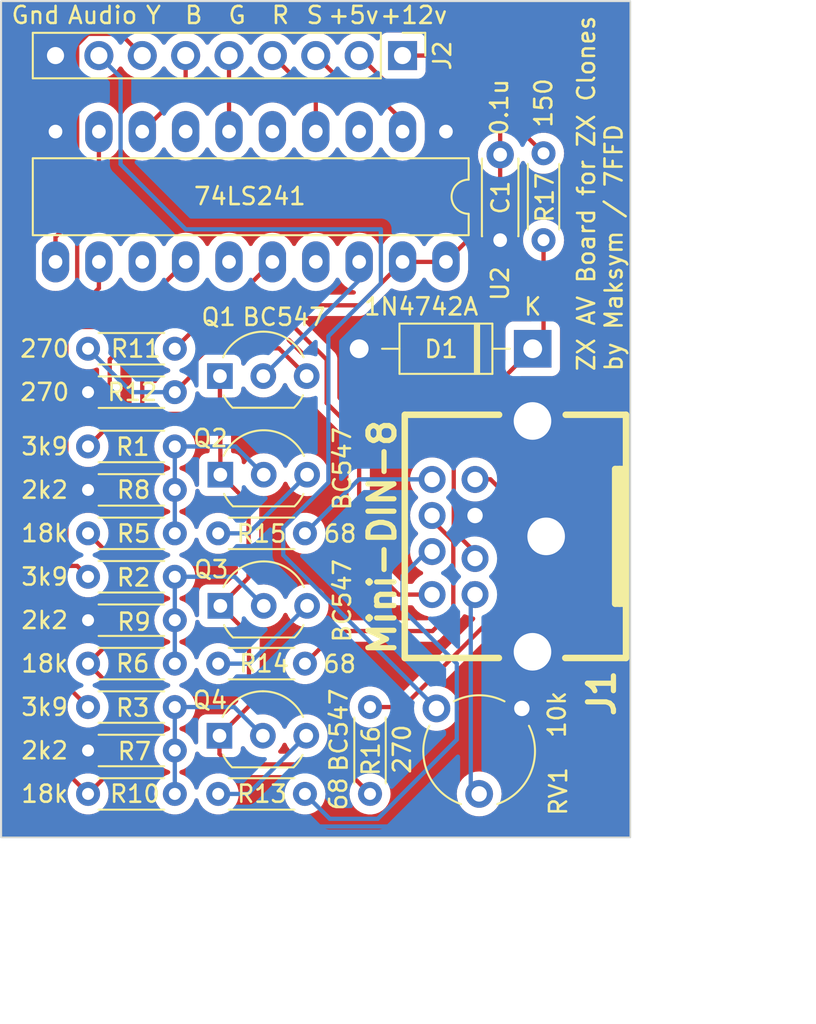
<source format=kicad_pcb>
(kicad_pcb (version 20221018) (generator pcbnew)
  (layers (0 "F.Cu" signal) (31 "B.Cu" signal) (34 "B.Paste" user) (35 "F.Paste" user) (36 "B.SilkS" user "B.Silkscreen") (37 "F.SilkS" user "F.Silkscreen") (38 "B.Mask" user) (39 "F.Mask" user) (44 "Edge.Cuts" user))
  (net 0 "")
  (net 1 "/+5V")
  (net 2 "GND")
  (net 3 "Net-(D1-K)")
  (net 4 "Net-(J1-Pad6)")
  (net 5 "Net-(J1-Pad7)")
  (net 6 "Net-(J1-Pad8)")
  (net 7 "Net-(J1-Pad3)")
  (net 8 "Net-(J1-Pad4)")
  (net 9 "Net-(J1-Pad5)")
  (net 10 "Net-(Q1-B)")
  (net 11 "Net-(Q1-E)")
  (net 12 "Net-(Q2-B)")
  (net 13 "Net-(Q2-E)")
  (net 14 "Net-(Q3-B)")
  (net 15 "Net-(Q3-E)")
  (net 16 "Net-(Q4-B)")
  (net 17 "Net-(Q4-E)")
  (net 18 "Net-(U2-O1a)")
  (net 19 "Net-(U2-O2a)")
  (net 20 "Net-(U2-O3a)")
  (net 21 "Net-(U2-O0b)")
  (net 22 "/+12V")
  (net 23 "/AUDIO")
  (net 24 "/SYNC")
  (net 26 "/R")
  (net 28 "/G")
  (net 30 "/B")
  (net 31 "/Y")
  (footprint "Potentiometer_THT:Potentiometer_Piher_PT-6-V_Vertical" (layer "F.Cu") (at 72.47 94.06 -90)
    (fp_text reference "RV1" (at 4.8476 -7.1336 90) (layer "F.SilkS"))
    (fp_text value "10k" (at 0.3518 -7.0574 90) (layer "F.SilkS"))
    (fp_arc (start -0.413387 -1.014798) (mid -0.770114 -2.499325) (end -0.414 -3.984) (stroke (width 0.12)) (layer "F.SilkS"))
    (fp_arc (start 1.016032 -5.413829) (mid 3.725524 -5.531609) (end 5.592 -3.564) (stroke (width 0.12)) (layer "F.SilkS"))
    (fp_arc (start 2.556863 0.770075) (mid 1.764071 0.686696) (end 1.015 0.414) (stroke (width 0.12)) (layer "F.SilkS"))
    (fp_arc (start 5.591846 -1.435392) (mid 4.398899 0.162158) (end 2.5 0.77) (stroke (width 0.12)) (layer "F.SilkS"))
    (pad "1" thru_hole circle (at 0 0 270) (size 1.62 1.62) (drill 0.9) (layers "*.Cu" "*.Mask") (net 23 "/AUDIO"))
    (pad "2" thru_hole circle (at 5 -2.5 270) (size 1.62 1.62) (drill 0.9) (layers "*.Cu" "*.Mask") (net 9 "Net-(J1-Pad5)"))
    (pad "3" thru_hole circle (at 0 -5 270) (size 1.62 1.62) (drill 0.9) (layers "*.Cu" "*.Mask") (net 2 "GND"))
  )
  (footprint "Resistor_THT:R_Axial_DIN0204_L3.6mm_D1.6mm_P5.08mm_Horizontal" (layer "F.Cu") (at 52.07 99.06)
    (fp_text reference "R7" (at 2.7178 -2.4892) (layer "F.SilkS"))
    (fp_text value "18k" (at -2.54 0) (layer "F.SilkS"))
    (fp_line (start 0.62 -0.92) (end 4.46 -0.92) (stroke (width 0.12)) (layer "F.SilkS"))
    (fp_line (start 0.62 0.92) (end 4.46 0.92) (stroke (width 0.12)) (layer "F.SilkS"))
    (pad "1" thru_hole circle (at 0 0) (size 1.4 1.4) (drill 0.7) (layers "*.Cu" "*.Mask") (net 21 "Net-(U2-O0b)"))
    (pad "2" thru_hole oval (at 5.08 0) (size 1.4 1.4) (drill 0.7) (layers "*.Cu" "*.Mask") (net 16 "Net-(Q4-B)"))
  )
  (footprint "Resistor_THT:R_Axial_DIN0204_L3.6mm_D1.6mm_P5.08mm_Horizontal" (layer "F.Cu") (at 78.74 61.595 -90)
    (fp_text reference "R17" (at 2.5908 -0.0762 90) (layer "F.SilkS"))
    (fp_text value "150" (at -2.9464 0 90) (layer "F.SilkS"))
    (fp_line (start 0.62 -0.92) (end 4.46 -0.92) (stroke (width 0.12)) (layer "F.SilkS"))
    (fp_line (start 0.62 0.92) (end 4.46 0.92) (stroke (width 0.12)) (layer "F.SilkS"))
    (pad "1" thru_hole circle (at 0 0 270) (size 1.4 1.4) (drill 0.7) (layers "*.Cu" "*.Mask") (net 22 "/+12V"))
    (pad "2" thru_hole oval (at 5.08 0 270) (size 1.4 1.4) (drill 0.7) (layers "*.Cu" "*.Mask") (net 3 "Net-(D1-K)"))
  )
  (footprint "Resistor_THT:R_Axial_DIN0204_L3.6mm_D1.6mm_P5.08mm_Horizontal" (layer "F.Cu") (at 52.07 86.36)
    (fp_text reference "R2" (at 2.667 0.0508) (layer "F.SilkS"))
    (fp_text value "3k9" (at -2.54 0) (layer "F.SilkS"))
    (fp_line (start 0.62 -0.92) (end 4.46 -0.92) (stroke (width 0.12)) (layer "F.SilkS"))
    (fp_line (start 0.62 0.92) (end 4.46 0.92) (stroke (width 0.12)) (layer "F.SilkS"))
    (pad "1" thru_hole circle (at 0 0) (size 1.4 1.4) (drill 0.7) (layers "*.Cu" "*.Mask") (net 19 "Net-(U2-O2a)"))
    (pad "2" thru_hole oval (at 5.08 0) (size 1.4 1.4) (drill 0.7) (layers "*.Cu" "*.Mask") (net 14 "Net-(Q3-B)"))
  )
  (footprint "Resistor_THT:R_Axial_DIN0204_L3.6mm_D1.6mm_P5.08mm_Horizontal" (layer "F.Cu") (at 57.15 91.44 180)
    (fp_text reference "R6" (at 2.4638 0) (layer "F.SilkS"))
    (fp_text value "18k" (at 7.62 0) (layer "F.SilkS"))
    (fp_line (start 0.62 -0.92) (end 4.46 -0.92) (stroke (width 0.12)) (layer "F.SilkS"))
    (fp_line (start 0.62 0.92) (end 4.46 0.92) (stroke (width 0.12)) (layer "F.SilkS"))
    (pad "1" thru_hole circle (at 0 0 180) (size 1.4 1.4) (drill 0.7) (layers "*.Cu" "*.Mask") (net 14 "Net-(Q3-B)"))
    (pad "2" thru_hole oval (at 5.08 0 180) (size 1.4 1.4) (drill 0.7) (layers "*.Cu" "*.Mask") (net 21 "Net-(U2-O0b)"))
  )
  (footprint "Resistor_THT:R_Axial_DIN0204_L3.6mm_D1.6mm_P5.08mm_Horizontal" (layer "F.Cu") (at 52.07 73.025)
    (fp_text reference "R11" (at 2.794 0) (layer "F.SilkS"))
    (fp_text value "270" (at -2.54 0) (layer "F.SilkS"))
    (fp_line (start 0.62 -0.92) (end 4.46 -0.92) (stroke (width 0.12)) (layer "F.SilkS"))
    (fp_line (start 0.62 0.92) (end 4.46 0.92) (stroke (width 0.12)) (layer "F.SilkS"))
    (pad "1" thru_hole circle (at 0 0) (size 1.4 1.4) (drill 0.7) (layers "*.Cu" "*.Mask") (net 11 "Net-(Q1-E)"))
    (pad "2" thru_hole oval (at 5.08 0) (size 1.4 1.4) (drill 0.7) (layers "*.Cu" "*.Mask") (net 6 "Net-(J1-Pad8)"))
  )
  (footprint "Resistor_THT:R_Axial_DIN0204_L3.6mm_D1.6mm_P5.08mm_Horizontal" (layer "F.Cu") (at 57.15 88.9 180)
    (fp_text reference "R9" (at 2.3876 -0.1016) (layer "F.SilkS"))
    (fp_text value "2k2" (at 7.62 0) (layer "F.SilkS"))
    (fp_line (start 0.62 -0.92) (end 4.46 -0.92) (stroke (width 0.12)) (layer "F.SilkS"))
    (fp_line (start 0.62 0.92) (end 4.46 0.92) (stroke (width 0.12)) (layer "F.SilkS"))
    (pad "1" thru_hole circle (at 0 0 180) (size 1.4 1.4) (drill 0.7) (layers "*.Cu" "*.Mask") (net 14 "Net-(Q3-B)"))
    (pad "2" thru_hole oval (at 5.08 0 180) (size 1.4 1.4) (drill 0.7) (layers "*.Cu" "*.Mask") (net 2 "GND"))
  )
  (footprint "Resistor_THT:R_Axial_DIN0204_L3.6mm_D1.6mm_P5.08mm_Horizontal" (layer "F.Cu") (at 68.58 99.06 90)
    (fp_text reference "R16" (at 2.5146 0.0508 90) (layer "F.SilkS"))
    (fp_text value "270" (at 2.6162 1.8796 90) (layer "F.SilkS"))
    (fp_line (start 0.62 -0.92) (end 4.46 -0.92) (stroke (width 0.12)) (layer "F.SilkS"))
    (fp_line (start 0.62 0.92) (end 4.46 0.92) (stroke (width 0.12)) (layer "F.SilkS"))
    (pad "1" thru_hole circle (at 0 0 90) (size 1.4 1.4) (drill 0.7) (layers "*.Cu" "*.Mask") (net 1 "/+5V"))
    (pad "2" thru_hole oval (at 5.08 0 90) (size 1.4 1.4) (drill 0.7) (layers "*.Cu" "*.Mask") (net 7 "Net-(J1-Pad3)"))
  )
  (footprint "Package_TO_SOT_THT:TO-92_Inline_Wide" (layer "F.Cu") (at 59.817 80.391)
    (fp_text reference "Q2" (at -0.5842 -2.1336) (layer "F.SilkS"))
    (fp_text value "BC547" (at 7.1374 -0.3556 90) (layer "F.SilkS"))
    (fp_line (start 0.74 1.85) (end 4.34 1.85) (stroke (width 0.12)) (layer "F.SilkS"))
    (fp_arc (start 0.1836 -1.098807) (mid 1.143021 -2.192817) (end 2.54 -2.6) (stroke (width 0.12)) (layer "F.SilkS"))
    (fp_arc (start 0.74 1.85) (mid 0.446097 1.509328) (end 0.215816 1.122795) (stroke (width 0.12)) (layer "F.SilkS"))
    (fp_arc (start 2.54 -2.6) (mid 3.936979 -2.192818) (end 4.8964 -1.098807) (stroke (width 0.12)) (layer "F.SilkS"))
    (fp_arc (start 4.864184 1.122795) (mid 4.633903 1.509328) (end 4.34 1.85) (stroke (width 0.12)) (layer "F.SilkS"))
    (pad "1" thru_hole rect (at 0 0) (size 1.5 1.5) (drill 0.8) (layers "*.Cu" "*.Mask") (net 1 "/+5V"))
    (pad "2" thru_hole circle (at 2.54 0) (size 1.5 1.5) (drill 0.8) (layers "*.Cu" "*.Mask") (net 12 "Net-(Q2-B)"))
    (pad "3" thru_hole circle (at 5.08 0) (size 1.5 1.5) (drill 0.8) (layers "*.Cu" "*.Mask") (net 13 "Net-(Q2-E)"))
  )
  (footprint "Connector_PinHeader_2.54mm:PinHeader_1x09_P2.54mm_Vertical" (layer "F.Cu") (at 70.485 55.88 -90)
    (fp_text reference "J2" (at 0 -2.33 90) (layer "F.SilkS"))
    (fp_text value "Conn_01x09_Pin" hide)
    (fp_line (start -1.33 -1.33) (end 0 -1.33) (stroke (width 0.12)) (layer "F.SilkS"))
    (fp_line (start -1.33 0) (end -1.33 -1.33) (stroke (width 0.12)) (layer "F.SilkS"))
    (fp_line (start -1.33 1.27) (end -1.33 21.65) (stroke (width 0.12)) (layer "F.SilkS"))
    (fp_line (start -1.33 1.27) (end 1.33 1.27) (stroke (width 0.12)) (layer "F.SilkS"))
    (fp_line (start -1.33 21.65) (end 1.33 21.65) (stroke (width 0.12)) (layer "F.SilkS"))
    (fp_line (start 1.33 1.27) (end 1.33 21.65) (stroke (width 0.12)) (layer "F.SilkS"))
    (pad "1" thru_hole rect (at 0 0 270) (size 1.7 1.7) (drill 1) (layers "*.Cu" "*.Mask") (net 22 "/+12V"))
    (pad "2" thru_hole oval (at 0 2.54 270) (size 1.7 1.7) (drill 1) (layers "*.Cu" "*.Mask") (net 1 "/+5V"))
    (pad "3" thru_hole oval (at 0 5.08 270) (size 1.7 1.7) (drill 1) (layers "*.Cu" "*.Mask") (net 24 "/SYNC"))
    (pad "4" thru_hole oval (at 0 7.62 270) (size 1.7 1.7) (drill 1) (layers "*.Cu" "*.Mask") (net 26 "/R"))
    (pad "5" thru_hole oval (at 0 10.16 270) (size 1.7 1.7) (drill 1) (layers "*.Cu" "*.Mask") (net 28 "/G"))
    (pad "6" thru_hole oval (at 0 12.7 270) (size 1.7 1.7) (drill 1) (layers "*.Cu" "*.Mask") (net 30 "/B"))
    (pad "7" thru_hole oval (at 0 15.24 270) (size 1.7 1.7) (drill 1) (layers "*.Cu" "*.Mask") (net 31 "/Y"))
    (pad "8" thru_hole oval (at 0 17.78 270) (size 1.7 1.7) (drill 1) (layers "*.Cu" "*.Mask") (net 23 "/AUDIO"))
    (pad "9" thru_hole oval (at 0 20.32 270) (size 1.7 1.7) (drill 1) (layers "*.Cu" "*.Mask") (net 2 "GND"))
  )
  (footprint "Resistor_THT:R_Axial_DIN0204_L3.6mm_D1.6mm_P5.08mm_Horizontal" (layer "F.Cu") (at 52.07 83.82)
    (fp_text reference "R5" (at 2.667 0.0254) (layer "F.SilkS"))
    (fp_text value "18k" (at -2.54 0) (layer "F.SilkS"))
    (fp_line (start 0.62 -0.92) (end 4.46 -0.92) (stroke (width 0.12)) (layer "F.SilkS"))
    (fp_line (start 0.62 0.92) (end 4.46 0.92) (stroke (width 0.12)) (layer "F.SilkS"))
    (pad "1" thru_hole circle (at 0 0) (size 1.4 1.4) (drill 0.7) (layers "*.Cu" "*.Mask") (net 21 "Net-(U2-O0b)"))
    (pad "2" thru_hole oval (at 5.08 0) (size 1.4 1.4) (drill 0.7) (layers "*.Cu" "*.Mask") (net 12 "Net-(Q2-B)"))
  )
  (footprint "Diode_THT:D_DO-41_SOD81_P10.16mm_Horizontal" (layer "F.Cu") (at 78.105 73.025 180)
    (fp_text reference "D1" (at 5.3594 -0.0254) (layer "F.SilkS"))
    (fp_text value "1N4742A" (at 6.5278 2.4638) (layer "F.SilkS"))
    (fp_text user "K" (at 0 2.4638) (layer "F.SilkS"))
    (fp_line (start 1.34 0) (end 2.36 0) (stroke (width 0.12)) (layer "F.SilkS"))
    (fp_line (start 2.36 -1.47) (end 2.36 1.47) (stroke (width 0.12)) (layer "F.SilkS"))
    (fp_line (start 2.36 1.47) (end 7.8 1.47) (stroke (width 0.12)) (layer "F.SilkS"))
    (fp_line (start 3.14 -1.47) (end 3.14 1.47) (stroke (width 0.12)) (layer "F.SilkS"))
    (fp_line (start 3.26 -1.47) (end 3.26 1.47) (stroke (width 0.12)) (layer "F.SilkS"))
    (fp_line (start 3.38 -1.47) (end 3.38 1.47) (stroke (width 0.12)) (layer "F.SilkS"))
    (fp_line (start 7.8 -1.47) (end 2.36 -1.47) (stroke (width 0.12)) (layer "F.SilkS"))
    (fp_line (start 7.8 1.47) (end 7.8 -1.47) (stroke (width 0.12)) (layer "F.SilkS"))
    (fp_line (start 8.82 0) (end 7.8 0) (stroke (width 0.12)) (layer "F.SilkS"))
    (pad "1" thru_hole rect (at 0 0 180) (size 2.2 2.2) (drill 1.1) (layers "*.Cu" "*.Mask") (net 3 "Net-(D1-K)"))
    (pad "2" thru_hole oval (at 10.16 0 180) (size 2.2 2.2) (drill 1.1) (layers "*.Cu" "*.Mask") (net 2 "GND"))
  )
  (footprint "Resistor_THT:R_Axial_DIN0204_L3.6mm_D1.6mm_P5.08mm_Horizontal" (layer "F.Cu") (at 59.69 91.44)
    (fp_text reference "R14" (at 2.6924 0 180) (layer "F.SilkS"))
    (fp_text value "68" (at 7.112 0.0254) (layer "F.SilkS"))
    (fp_line (start 0.62 -0.92) (end 4.46 -0.92) (stroke (width 0.12)) (layer "F.SilkS"))
    (fp_line (start 0.62 0.92) (end 4.46 0.92) (stroke (width 0.12)) (layer "F.SilkS"))
    (pad "1" thru_hole circle (at 0 0) (size 1.4 1.4) (drill 0.7) (layers "*.Cu" "*.Mask") (net 15 "Net-(Q3-E)"))
    (pad "2" thru_hole oval (at 5.08 0) (size 1.4 1.4) (drill 0.7) (layers "*.Cu" "*.Mask") (net 8 "Net-(J1-Pad4)"))
  )
  (footprint "Package_TO_SOT_THT:TO-92_Inline_Wide" (layer "F.Cu") (at 59.7916 74.6252)
    (fp_text reference "Q1" (at -0.0762 -3.4544) (layer "F.SilkS"))
    (fp_text value "BC547" (at 3.7592 -3.4544) (layer "F.SilkS"))
    (fp_line (start 0.74 1.85) (end 4.34 1.85) (stroke (width 0.12)) (layer "F.SilkS"))
    (fp_arc (start 0.1836 -1.098807) (mid 1.143021 -2.192817) (end 2.54 -2.6) (stroke (width 0.12)) (layer "F.SilkS"))
    (fp_arc (start 0.74 1.85) (mid 0.446097 1.509328) (end 0.215816 1.122795) (stroke (width 0.12)) (layer "F.SilkS"))
    (fp_arc (start 2.54 -2.6) (mid 3.936979 -2.192818) (end 4.8964 -1.098807) (stroke (width 0.12)) (layer "F.SilkS"))
    (fp_arc (start 4.864184 1.122795) (mid 4.633903 1.509328) (end 4.34 1.85) (stroke (width 0.12)) (layer "F.SilkS"))
    (pad "1" thru_hole rect (at 0 0) (size 1.5 1.5) (drill 0.8) (layers "*.Cu" "*.Mask") (net 1 "/+5V"))
    (pad "2" thru_hole circle (at 2.54 0) (size 1.5 1.5) (drill 0.8) (layers "*.Cu" "*.Mask") (net 10 "Net-(Q1-B)"))
    (pad "3" thru_hole circle (at 5.08 0) (size 1.5 1.5) (drill 0.8) (layers "*.Cu" "*.Mask") (net 11 "Net-(Q1-E)"))
  )
  (footprint "w_conn_av:minidin-8_1" (layer "F.Cu") (at 77.19314 83.9978 -90)
    (fp_text reference "J1" (at 9.1694 -4.95046 90) (layer "F.SilkS") (effects (font (size 1.524 1.524) (thickness 0.3048))))
    (fp_text value "Mini-DIN-8" (at 0.0508 7.90194 90) (layer "F.SilkS") (effects (font (size 1.524 1.524) (thickness 0.3048))))
    (fp_line (start -7.112 -6.3754) (end -7.112 -2.8448) (stroke (width 0.381)) (layer "F.SilkS"))
    (fp_line (start -7.112 6.5659) (end -7.112 1.0541) (stroke (width 0.381)) (layer "F.SilkS"))
    (fp_line (start -7.112 6.5786) (end 7.112 6.5786) (stroke (width 0.381)) (layer "F.SilkS"))
    (fp_line (start -3.937 -6.2484) (end 3.937 -6.2484) (stroke (width 0.381)) (layer "F.SilkS"))
    (fp_line (start -3.937 -5.7404) (end -3.937 -6.2484) (stroke (width 0.381)) (layer "F.SilkS"))
    (fp_line (start 3.937 -5.9944) (end -3.937 -5.9944) (stroke (width 0.381)) (layer "F.SilkS"))
    (fp_line (start 3.937 -5.7404) (end -3.937 -5.7404) (stroke (width 0.381)) (layer "F.SilkS"))
    (fp_line (start 3.937 -5.7404) (end 3.937 -6.2484) (stroke (width 0.381)) (layer "F.SilkS"))
    (fp_line (start 7.112 -6.3754) (end -7.112 -6.3754) (stroke (width 0.381)) (layer "F.SilkS"))
    (fp_line (start 7.112 -2.8194) (end 7.112 -6.3754) (stroke (width 0.381)) (layer "F.SilkS"))
    (fp_line (start 7.112 6.5786) (end 7.112 1.0668) (stroke (width 0.381)) (layer "F.SilkS"))
    (pad "1" thru_hole circle (at -6.74878 -0.89916 90) (size 3.50012 3.50012) (drill 2.19964) (layers "*.Cu") (net 2 "GND"))
    (pad "1" thru_hole rect (at -1.2192 2.4639 90) (size 1.575 1.575) (drill 0.89916) (layers "*.Cu" "*.Mask") (net 2 "GND"))
    (pad "1" thru_hole circle (at 0 -1.69926 90) (size 3.50012 3.50012) (drill 2.19964) (layers "*.Cu" "*.Mask") (net 2 "GND"))
    (pad "1" thru_hole circle (at 6.74878 -0.89916 90) (size 3.50012 3.50012) (drill 2.19964) (layers "*.Cu" "*.Mask") (net 2 "GND"))
    (pad "2" thru_hole circle (at 1.2954 2.4638 90) (size 1.575 1.575) (drill 0.89916) (layers "*.Cu" "*.Mask") (net 3 "Net-(D1-K)"))
    (pad "3" thru_hole circle (at -3.3274 2.4639 90) (size 1.575 1.575) (drill 0.89916) (layers "*.Cu" "*.Mask") (net 7 "Net-(J1-Pad3)"))
    (pad "4" thru_hole circle (at -1.2192 4.9785 90) (size 1.575 1.575) (drill 0.89916) (layers "*.Cu" "*.Mask") (net 8 "Net-(J1-Pad4)"))
    (pad "5" thru_hole circle (at 3.4036 2.4639 90) (size 1.575 1.575) (drill 0.89916) (layers "*.Cu" "*.Mask") (net 9 "Net-(J1-Pad5)"))
    (pad "6" thru_hole circle (at -3.3274 4.9785 90) (size 1.575 1.575) (drill 0.89916) (layers "*.Cu" "*.Mask") (net 4 "Net-(J1-Pad6)"))
    (pad "7" thru_hole circle (at 0.889 4.9784 90) (size 1.575 1.575) (drill 0.89916) (layers "*.Cu" "*.Mask") (net 5 "Net-(J1-Pad7)"))
    (pad "8" thru_hole circle (at 3.4036 4.9784 90) (size 1.575 1.575) (drill 0.89916) (layers "*.Cu" "*.Mask") (net 6 "Net-(J1-Pad8)"))
  )
  (footprint "Resistor_THT:R_Axial_DIN0204_L3.6mm_D1.6mm_P5.08mm_Horizontal" (layer "F.Cu") (at 59.69 99.06)
    (fp_text reference "R13" (at 2.5654 0) (layer "F.SilkS"))
    (fp_text value "68" (at 7.0358 0 90) (layer "F.SilkS"))
    (fp_line (start 0.62 -0.92) (end 4.46 -0.92) (stroke (width 0.12)) (layer "F.SilkS"))
    (fp_line (start 0.62 0.92) (end 4.46 0.92) (stroke (width 0.12)) (layer "F.SilkS"))
    (pad "1" thru_hole circle (at 0 0) (size 1.4 1.4) (drill 0.7) (layers "*.Cu" "*.Mask") (net 17 "Net-(Q4-E)"))
    (pad "2" thru_hole oval (at 5.08 0) (size 1.4 1.4) (drill 0.7) (layers "*.Cu" "*.Mask") (net 5 "Net-(J1-Pad7)"))
  )
  (footprint "Package_DIP:DIP-20_W7.62mm_LongPads" (layer "F.Cu") (at 73.025 60.325 -90)
    (fp_text reference "U2" (at 8.89 -3.175 90) (layer "F.SilkS"))
    (fp_text value "74LS241" (at 3.7846 11.4808) (layer "F.SilkS"))
    (fp_line (start 1.56 -1.33) (end 1.56 24.19) (stroke (width 0.12)) (layer "F.SilkS"))
    (fp_line (start 1.56 24.19) (end 6.06 24.19) (stroke (width 0.12)) (layer "F.SilkS"))
    (fp_line (start 2.81 -1.33) (end 1.56 -1.33) (stroke (width 0.12)) (layer "F.SilkS"))
    (fp_line (start 6.06 -1.33) (end 4.81 -1.33) (stroke (width 0.12)) (layer "F.SilkS"))
    (fp_line (start 6.06 24.19) (end 6.06 -1.33) (stroke (width 0.12)) (layer "F.SilkS"))
    (fp_arc (start 4.81 -1.33) (mid 3.81 -0.33) (end 2.81 -1.33) (stroke (width 0.12)) (layer "F.SilkS"))
    (pad "1" thru_hole rect (at 0 0 270) (size 2.4 1.6) (drill 0.8) (layers "*.Cu" "*.Mask") (net 2 "GND"))
    (pad "2" thru_hole oval (at 0 2.54 270) (size 2.4 1.6) (drill 0.8) (layers "*.Cu" "*.Mask") (net 24 "/SYNC"))
    (pad "3" thru_hole oval (at 0 5.08 270) (size 2.4 1.6) (drill 0.8) (layers "*.Cu" "*.Mask"))
    (pad "4" thru_hole oval (at 0 7.62 270) (size 2.4 1.6) (drill 0.8) (layers "*.Cu" "*.Mask") (net 26 "/R"))
    (pad "5" thru_hole oval (at 0 10.16 270) (size 2.4 1.6) (drill 0.8) (layers "*.Cu" "*.Mask"))
    (pad "6" thru_hole oval (at 0 12.7 270) (size 2.4 1.6) (drill 0.8) (layers "*.Cu" "*.Mask") (net 28 "/G"))
    (pad "7" thru_hole oval (at 0 15.24 270) (size 2.4 1.6) (drill 0.8) (layers "*.Cu" "*.Mask"))
    (pad "8" thru_hole oval (at 0 17.78 270) (size 2.4 1.6) (drill 0.8) (layers "*.Cu" "*.Mask") (net 30 "/B"))
    (pad "9" thru_hole oval (at 0 20.32 270) (size 2.4 1.6) (drill 0.8) (layers "*.Cu" "*.Mask") (net 21 "Net-(U2-O0b)"))
    (pad "10" thru_hole oval (at 0 22.86 270) (size 2.4 1.6) (drill 0.8) (layers "*.Cu" "*.Mask") (net 2 "GND"))
    (pad "11" thru_hole oval (at 7.62 22.86 270) (size 2.4 1.6) (drill 0.8) (layers "*.Cu" "*.Mask") (net 31 "/Y"))
    (pad "12" thru_hole oval (at 7.62 20.32 270) (size 2.4 1.6) (drill 0.8) (layers "*.Cu" "*.Mask") (net 20 "Net-(U2-O3a)"))
    (pad "13" thru_hole oval (at 7.62 17.78 270) (size 2.4 1.6) (drill 0.8) (layers "*.Cu" "*.Mask"))
    (pad "14" thru_hole oval (at 7.62 15.24 270) (size 2.4 1.6) (drill 0.8) (layers "*.Cu" "*.Mask") (net 19 "Net-(U2-O2a)"))
    (pad "15" thru_hole oval (at 7.62 12.7 270) (size 2.4 1.6) (drill 0.8) (layers "*.Cu" "*.Mask"))
    (pad "16" thru_hole oval (at 7.62 10.16 270) (size 2.4 1.6) (drill 0.8) (layers "*.Cu" "*.Mask") (net 18 "Net-(U2-O1a)"))
    (pad "17" thru_hole oval (at 7.62 7.62 270) (size 2.4 1.6) (drill 0.8) (layers "*.Cu" "*.Mask"))
    (pad "18" thru_hole oval (at 7.62 5.08 270) (size 2.4 1.6) (drill 0.8) (layers "*.Cu" "*.Mask") (net 10 "Net-(Q1-B)"))
    (pad "19" thru_hole oval (at 7.62 2.54 270) (size 2.4 1.6) (drill 0.8) (layers "*.Cu" "*.Mask") (net 1 "/+5V"))
    (pad "20" thru_hole oval (at 7.62 0 270) (size 2.4 1.6) (drill 0.8) (layers "*.Cu" "*.Mask") (net 1 "/+5V"))
  )
  (footprint "Resistor_THT:R_Axial_DIN0204_L3.6mm_D1.6mm_P5.08mm_Horizontal" (layer "F.Cu") (at 59.69 83.82)
    (fp_text reference "R15" (at 2.54 0.0254) (layer "F.SilkS"))
    (fp_text value "68" (at 7.1374 0.0254) (layer "F.SilkS"))
    (fp_line (start 0.62 -0.92) (end 4.46 -0.92) (stroke (width 0.12)) (layer "F.SilkS"))
    (fp_line (start 0.62 0.92) (end 4.46 0.92) (stroke (width 0.12)) (layer "F.SilkS"))
    (pad "1" thru_hole circle (at 0 0) (size 1.4 1.4) (drill 0.7) (layers "*.Cu" "*.Mask") (net 13 "Net-(Q2-E)"))
    (pad "2" thru_hole oval (at 5.08 0) (size 1.4 1.4) (drill 0.7) (layers "*.Cu" "*.Mask") (net 4 "Net-(J1-Pad6)"))
  )
  (footprint "Package_TO_SOT_THT:TO-92_Inline_Wide" (layer "F.Cu") (at 59.817 88.0618)
    (fp_text reference "Q3" (at -0.5334 -2.1336) (layer "F.SilkS"))
    (fp_text value "BC547" (at 7.1374 -0.3048 90) (layer "F.SilkS"))
    (fp_line (start 0.74 1.85) (end 4.34 1.85) (stroke (width 0.12)) (layer "F.SilkS"))
    (fp_arc (start 0.1836 -1.098807) (mid 1.143021 -2.192817) (end 2.54 -2.6) (stroke (width 0.12)) (layer "F.SilkS"))
    (fp_arc (start 0.74 1.85) (mid 0.446097 1.509328) (end 0.215816 1.122795) (stroke (width 0.12)) (layer "F.SilkS"))
    (fp_arc (start 2.54 -2.6) (mid 3.936979 -2.192818) (end 4.8964 -1.098807) (stroke (width 0.12)) (layer "F.SilkS"))
    (fp_arc (start 4.864184 1.122795) (mid 4.633903 1.509328) (end 4.34 1.85) (stroke (width 0.12)) (layer "F.SilkS"))
    (pad "1" thru_hole rect (at 0 0) (size 1.5 1.5) (drill 0.8) (layers "*.Cu" "*.Mask") (net 1 "/+5V"))
    (pad "2" thru_hole circle (at 2.54 0) (size 1.5 1.5) (drill 0.8) (layers "*.Cu" "*.Mask") (net 14 "Net-(Q3-B)"))
    (pad "3" thru_hole circle (at 5.08 0) (size 1.5 1.5) (drill 0.8) (layers "*.Cu" "*.Mask") (net 15 "Net-(Q3-E)"))
  )
  (footprint "Capacitor_THT:C_Disc_D4.3mm_W1.9mm_P5.00mm" (layer "F.Cu") (at 76.2 61.675 -90)
    (fp_text reference "C1" (at 2.5108 -0.0254 90) (layer "F.SilkS"))
    (fp_text value "0.1u" (at -2.7724 0.0508 90) (layer "F.SilkS"))
    (fp_line (start 0.23 -1.07) (end 0.23 -1.055) (stroke (width 0.12)) (layer "F.SilkS"))
    (fp_line (start 0.23 -1.07) (end 4.77 -1.07) (stroke (width 0.12)) (layer "F.SilkS"))
    (fp_line (start 0.23 1.055) (end 0.23 1.07) (stroke (width 0.12)) (layer "F.SilkS"))
    (fp_line (start 0.23 1.07) (end 4.77 1.07) (stroke (width 0.12)) (layer "F.SilkS"))
    (fp_line (start 4.77 -1.07) (end 4.77 -1.055) (stroke (width 0.12)) (layer "F.SilkS"))
    (fp_line (start 4.77 1.055) (end 4.77 1.07) (stroke (width 0.12)) (layer "F.SilkS"))
    (pad "1" thru_hole circle (at 0 0 270) (size 1.6 1.6) (drill 0.8) (layers "*.Cu" "*.Mask") (net 1 "/+5V"))
    (pad "2" thru_hole circle (at 5 0 270) (size 1.6 1.6) (drill 0.8) (layers "*.Cu" "*.Mask") (net 2 "GND"))
  )
  (footprint "Resistor_THT:R_Axial_DIN0204_L3.6mm_D1.6mm_P5.08mm_Horizontal" (layer "F.Cu") (at 57.15 81.28 180)
    (fp_text reference "R8" (at 2.413 0) (layer "F.SilkS"))
    (fp_text value "2k2" (at 7.62 0) (layer "F.SilkS"))
    (fp_line (start 0.62 -0.92) (end 4.46 -0.92) (stroke (width 0.12)) (layer "F.SilkS"))
    (fp_line (start 0.62 0.92) (end 4.46 0.92) (stroke (width 0.12)) (layer "F.SilkS"))
    (pad "1" thru_hole circle (at 0 0 180) (size 1.4 1.4) (drill 0.7) (layers "*.Cu" "*.Mask") (net 12 "Net-(Q2-B)"))
    (pad "2" thru_hole oval (at 5.08 0 180) (size 1.4 1.4) (drill 0.7) (layers "*.Cu" "*.Mask") (net 2 "GND"))
  )
  (footprint "Resistor_THT:R_Axial_DIN0204_L3.6mm_D1.6mm_P5.08mm_Horizontal" (layer "F.Cu") (at 52.07 78.74)
    (fp_text reference "R1" (at 2.6162 0.0254) (layer "F.SilkS"))
    (fp_text value "3k9" (at -2.54 0) (layer "F.SilkS"))
    (fp_line (start 0.62 -0.92) (end 4.46 -0.92) (stroke (width 0.12)) (layer "F.SilkS"))
    (fp_line (start 0.62 0.92) (end 4.46 0.92) (stroke (width 0.12)) (layer "F.SilkS"))
    (pad "1" thru_hole circle (at 0 0) (size 1.4 1.4) (drill 0.7) (layers "*.Cu" "*.Mask") (net 18 "Net-(U2-O1a)"))
    (pad "2" thru_hole oval (at 5.08 0) (size 1.4 1.4) (drill 0.7) (layers "*.Cu" "*.Mask") (net 12 "Net-(Q2-B)"))
  )
  (footprint "Resistor_THT:R_Axial_DIN0204_L3.6mm_D1.6mm_P5.08mm_Horizontal" (layer "F.Cu") (at 57.15 75.565 180)
    (fp_text reference "R12" (at 2.4892 0) (layer "F.SilkS"))
    (fp_text value "270" (at 7.62 0) (layer "F.SilkS"))
    (fp_line (start 0.62 -0.92) (end 4.46 -0.92) (stroke (width 0.12)) (layer "F.SilkS"))
    (fp_line (start 0.62 0.92) (end 4.46 0.92) (stroke (width 0.12)) (layer "F.SilkS"))
    (pad "1" thru_hole circle (at 0 0 180) (size 1.4 1.4) (drill 0.7) (layers "*.Cu" "*.Mask") (net 11 "Net-(Q1-E)"))
    (pad "2" thru_hole oval (at 5.08 0 180) (size 1.4 1.4) (drill 0.7) (layers "*.Cu" "*.Mask") (net 2 "GND"))
  )
  (footprint "Package_TO_SOT_THT:TO-92_Inline_Wide" (layer "F.Cu") (at 59.7662 95.6564)
    (fp_text reference "Q4" (at -0.5588 -2.0828) (layer "F.SilkS"))
    (fp_text value "BC547" (at 6.985 -0.3302 90) (layer "F.SilkS"))
    (fp_line (start 0.74 1.85) (end 4.34 1.85) (stroke (width 0.12)) (layer "F.SilkS"))
    (fp_arc (start 0.1836 -1.098807) (mid 1.143021 -2.192817) (end 2.54 -2.6) (stroke (width 0.12)) (layer "F.SilkS"))
    (fp_arc (start 0.74 1.85) (mid 0.446097 1.509328) (end 0.215816 1.122795) (stroke (width 0.12)) (layer "F.SilkS"))
    (fp_arc (start 2.54 -2.6) (mid 3.936979 -2.192818) (end 4.8964 -1.098807) (stroke (width 0.12)) (layer "F.SilkS"))
    (fp_arc (start 4.864184 1.122795) (mid 4.633903 1.509328) (end 4.34 1.85) (stroke (width 0.12)) (layer "F.SilkS"))
    (pad "1" thru_hole rect (at 0 0) (size 1.5 1.5) (drill 0.8) (layers "*.Cu" "*.Mask") (net 1 "/+5V"))
    (pad "2" thru_hole circle (at 2.54 0) (size 1.5 1.5) (drill 0.8) (layers "*.Cu" "*.Mask") (net 16 "Net-(Q4-B)"))
    (pad "3" thru_hole circle (at 5.08 0) (size 1.5 1.5) (drill 0.8) (layers "*.Cu" "*.Mask") (net 17 "Net-(Q4-E)"))
  )
  (footprint "Resistor_THT:R_Axial_DIN0204_L3.6mm_D1.6mm_P5.08mm_Horizontal" (layer "F.Cu") (at 52.07 93.98)
    (fp_text reference "R3" (at 2.6162 0.0508) (layer "F.SilkS"))
    (fp_text value "3k9" (at -2.54 0) (layer "F.SilkS"))
    (fp_line (start 0.62 -0.92) (end 4.46 -0.92) (stroke (width 0.12)) (layer "F.SilkS"))
    (fp_line (start 0.62 0.92) (end 4.46 0.92) (stroke (width 0.12)) (layer "F.SilkS"))
    (pad "1" thru_hole circle (at 0 0) (size 1.4 1.4) (drill 0.7) (layers "*.Cu" "*.Mask") (net 20 "Net-(U2-O3a)"))
    (pad "2" thru_hole oval (at 5.08 0) (size 1.4 1.4) (drill 0.7) (layers "*.Cu" "*.Mask") (net 16 "Net-(Q4-B)"))
  )
  (footprint "Resistor_THT:R_Axial_DIN0204_L3.6mm_D1.6mm_P5.08mm_Horizontal" (layer "F.Cu") (at 57.15 96.52 180)
    (fp_text reference "R10" (at 2.3368 -2.54) (layer "F.SilkS"))
    (fp_text value "2k2" (at 7.62 0) (layer "F.SilkS"))
    (fp_line (start 0.62 -0.92) (end 4.46 -0.92) (stroke (width 0.12)) (layer "F.SilkS"))
    (fp_line (start 0.62 0.92) (end 4.46 0.92) (stroke (width 0.12)) (layer "F.SilkS"))
    (pad "1" thru_hole circle (at 0 0 180) (size 1.4 1.4) (drill 0.7) (layers "*.Cu" "*.Mask") (net 16 "Net-(Q4-B)"))
    (pad "2" thru_hole oval (at 5.08 0 180) (size 1.4 1.4) (drill 0.7) (layers "*.Cu" "*.Mask") (net 2 "GND"))
  )
  (gr_line (start 83.82 52.705) (end 46.99 52.705) (stroke (width 0.1)) (layer "Edge.Cuts"))
  (gr_line (start 46.99 52.705) (end 46.99 101.6) (stroke (width 0.1)) (layer "Edge.Cuts"))
  (gr_line (start 83.82 101.6) (end 83.82 52.705) (stroke (width 0.1)) (layer "Edge.Cuts"))
  (gr_line (start 46.99 101.6) (end 83.82 101.6) (stroke (width 0.1)) (layer "Edge.Cuts"))
  (gr_text "+12v" (at 69.088 54.102) (layer "F.SilkS") (effects (font (size 1 1)) (justify left bottom)))
  (gr_text "G" (at 60.198 54.102) (layer "F.SilkS") (effects (font (size 1 1)) (justify left bottom)))
  (gr_text "Audio" (at 50.8 54.102) (layer "F.SilkS") (effects (font (size 1 1)) (justify left bottom)))
  (gr_text "Gnd" (at 47.498 54.102) (layer "F.SilkS") (effects (font (size 1 1)) (justify left bottom)))
  (gr_text "B" (at 57.658 54.102) (layer "F.SilkS") (effects (font (size 1 1)) (justify left bottom)))
  (gr_text "R" (at 62.738 54.102) (layer "F.SilkS") (effects (font (size 1 1)) (justify left bottom)))
  (gr_text "Y" (at 55.372 54.102) (layer "F.SilkS") (effects (font (size 1 1)) (justify left bottom)))
  (gr_text "S" (at 64.77 54.102) (layer "F.SilkS") (effects (font (size 1 1)) (justify left bottom)))
  (gr_text "ZX AV Board for ZX Clones\nby Maksym / 7FFD" (at 83.439 74.422 90) (layer "F.SilkS") (effects (font (size 1 1)) (justify left bottom)))
  (gr_text "+5v" (at 66.04 54.102) (layer "F.SilkS") (effects (font (size 1 1)) (justify left bottom)))
  (segment (start 60.3758 97.3328) (end 66.8528 97.3328) (width 0.25) (layer "F.Cu") (net 1))
  (segment (start 67.945 70.485) (end 70.485 67.945) (width 0.25) (layer "F.Cu") (net 1))
  (segment (start 55.245 76.835) (end 55.245 73.1012) (width 0.25) (layer "F.Cu") (net 1))
  (segment (start 59.817 80.391) (end 61.468 82.042) (width 0.25) (layer "F.Cu") (net 1))
  (segment (start 59.817 76.8604) (end 59.7916 76.835) (width 0.25) (layer "F.Cu") (net 1))
  (segment (start 73.66 57.785) (end 76.2 60.325) (width 0.25) (layer "F.Cu") (net 1))
  (segment (start 73.025 67.945) (end 70.485 67.945) (width 0.25) (layer "F.Cu") (net 1))
  (segment (start 76.2 64.77) (end 73.025 67.945) (width 0.25) (layer "F.Cu") (net 1))
  (segment (start 66.8528 97.3328) (end 68.58 99.06) (width 0.25) (layer "F.Cu") (net 1))
  (segment (start 61.4934 89.7382) (end 61.4934 93.9292) (width 0.25) (layer "F.Cu") (net 1))
  (segment (start 55.245 73.1012) (end 57.8612 70.485) (width 0.25) (layer "F.Cu") (net 1))
  (segment (start 59.817 88.0618) (end 61.4934 89.7382) (width 0.25) (layer "F.Cu") (net 1))
  (segment (start 61.468 82.042) (end 61.468 86.4108) (width 0.25) (layer "F.Cu") (net 1))
  (segment (start 59.7662 96.7232) (end 60.3758 97.3328) (width 0.25) (layer "F.Cu") (net 1))
  (segment (start 61.4934 93.9292) (end 59.7662 95.6564) (width 0.25) (layer "F.Cu") (net 1))
  (segment (start 76.2 60.325) (end 76.2 61.675) (width 0.25) (layer "F.Cu") (net 1))
  (segment (start 59.7916 76.835) (end 55.245 76.835) (width 0.25) (layer "F.Cu") (net 1))
  (segment (start 59.817 76.8604) (end 59.817 80.391) (width 0.25) (layer "F.Cu") (net 1))
  (segment (start 59.7662 95.6564) (end 59.7662 96.7232) (width 0.25) (layer "F.Cu") (net 1))
  (segment (start 67.945 55.88) (end 69.85 57.785) (width 0.25) (layer "F.Cu") (net 1))
  (segment (start 57.8612 70.485) (end 67.945 70.485) (width 0.25) (layer "F.Cu") (net 1))
  (segment (start 59.7916 74.6252) (end 59.7916 76.835) (width 0.25) (layer "F.Cu") (net 1))
  (segment (start 61.468 86.4108) (end 59.817 88.0618) (width 0.25) (layer "F.Cu") (net 1))
  (segment (start 69.85 57.785) (end 73.66 57.785) (width 0.25) (layer "F.Cu") (net 1))
  (segment (start 76.2 61.675) (end 76.2 64.77) (width 0.25) (layer "F.Cu") (net 1))
  (segment (start 77.47 94.06) (end 77.47 90.7542) (width 0.25) (layer "B.Cu") (net 2))
  (segment (start 76.835 100.965) (end 77.47 100.33) (width 0.25) (layer "B.Cu") (net 2))
  (segment (start 53.975 94.615) (end 52.07 96.52) (width 0.25) (layer "B.Cu") (net 2))
  (segment (start 70.98137 73.025) (end 74.08164 73.025) (width 0.25) (layer "B.Cu") (net 2))
  (segment (start 76.2 67.80637) (end 76.2 66.675) (width 0.25) (layer "B.Cu") (net 2))
  (segment (start 52.07 75.565) (end 53.975 77.47) (width 0.25) (layer "B.Cu") (net 2))
  (segment (start 53.975 77.47) (end 53.975 79.375) (width 0.25) (layer "B.Cu") (net 2))
  (segment (start 77.89164 90.33256) (end 77.89164 84.38388) (width 0.25) (layer "B.Cu") (net 2))
  (segment (start 77.47 100.33) (end 77.47 94.06) (width 0.25) (layer "B.Cu") (net 2))
  (segment (start 67.945 73.025) (end 70.98137 73.025) (width 0.25) (layer "B.Cu") (net 2))
  (segment (start 78.9686 83.9978) (end 77.88656 82.91576) (width 0.25) (layer "B.Cu") (net 2))
  (segment (start 77.88656 82.7786) (end 78.69174 83.58378) (width 0.25) (layer "B.Cu") (net 2))
  (segment (start 52.07 81.28) (end 53.975 83.185) (width 0.25) (layer "B.Cu") (net 2))
  (segment (start 56.515 100.965) (end 76.835 100.965) (width 0.25) (layer "B.Cu") (net 2))
  (segment (start 77.88656 82.91576) (end 77.88656 82.7786) (width 0.25) (layer "B.Cu") (net 2))
  (segment (start 74.08164 73.025) (end 77.89164 76.835) (width 0.25) (layer "B.Cu") (net 2))
  (segment (start 70.98137 73.025) (end 76.2 67.80637) (width 0.25) (layer "B.Cu") (net 2))
  (segment (start 52.07 96.52) (end 56.515 100.965) (width 0.25) (layer "B.Cu") (net 2))
  (segment (start 53.975 79.375) (end 52.07 81.28) (width 0.25) (layer "B.Cu") (net 2))
  (segment (start 53.975 86.995) (end 52.07 88.9) (width 0.25) (layer "B.Cu") (net 2))
  (segment (start 48.895 61.595) (end 48.895 72.39) (width 0.25) (layer "B.Cu") (net 2))
  (segment (start 74.80544 82.7786) (end 77.88656 82.7786) (width 0.25) (layer "B.Cu") (net 2))
  (segment (start 73.025 63.5) (end 76.2 66.675) (width 0.25) (layer "B.Cu") (net 2))
  (segment (start 73.025 60.325) (end 73.025 63.5) (width 0.25) (layer "B.Cu") (net 2))
  (segment (start 77.47 90.7542) (end 77.89164 90.33256) (width 0.25) (layer "B.Cu") (net 2))
  (segment (start 53.975 90.805) (end 53.975 94.615) (width 0.25) (layer "B.Cu") (net 2))
  (segment (start 77.89164 84.38388) (end 78.69174 83.58378) (width 0.25) (layer "B.Cu") (net 2))
  (segment (start 78.69174 77.6351) (end 77.89164 76.835) (width 0.25) (layer "B.Cu") (net 2))
  (segment (start 50.165 55.88) (end 50.165 60.325) (width 0.25) (layer "B.Cu") (net 2))
  (segment (start 53.975 83.185) (end 53.975 86.995) (width 0.25) (layer "B.Cu") (net 2))
  (segment (start 48.895 72.39) (end 52.07 75.565) (width 0.25) (layer "B.Cu") (net 2))
  (segment (start 50.165 60.325) (end 48.895 61.595) (width 0.25) (layer "B.Cu") (net 2))
  (segment (start 52.07 88.9) (end 53.975 90.805) (width 0.25) (layer "B.Cu") (net 2))
  (segment (start 78.69174 83.58378) (end 78.69174 77.6351) (width 0.25) (layer "B.Cu") (net 2))
  (segment (start 78.74 66.675) (end 78.74 72.39) (width 0.25) (layer "F.Cu") (net 3))
  (segment (start 74.80554 85.0037) (end 73.4822 83.68036) (width 0.25) (layer "F.Cu") (net 3))
  (segment (start 73.4822 83.68036) (end 73.4822 77.6478) (width 0.25) (layer "F.Cu") (net 3))
  (segment (start 73.4822 77.6478) (end 78.105 73.025) (width 0.25) (layer "F.Cu") (net 3))
  (segment (start 78.74 72.39) (end 78.105 73.025) (width 0.25) (layer "F.Cu") (net 3))
  (segment (start 74.80554 85.2932) (end 74.80554 85.0037) (width 0.25) (layer "F.Cu") (net 3))
  (segment (start 67.92722 80.66278) (end 72.31888 80.66278) (width 0.25) (layer "B.Cu") (net 4))
  (segment (start 64.77 83.82) (end 67.92722 80.66278) (width 0.25) (layer "B.Cu") (net 4))
  (segment (start 73.66 95.885) (end 73.66 91.44) (width 0.25) (layer "B.Cu") (net 5))
  (segment (start 64.77 99.06) (end 66.225 100.515) (width 0.25) (layer "B.Cu") (net 5))
  (segment (start 70.485 88.265) (end 70.485 86.30666) (width 0.25) (layer "B.Cu") (net 5))
  (segment (start 66.225 100.515) (end 69.03 100.515) (width 0.25) (layer "B.Cu") (net 5))
  (segment (start 73.66 91.44) (end 70.485 88.265) (width 0.25) (layer "B.Cu") (net 5))
  (segment (start 69.03 100.515) (end 73.66 95.885) (width 0.25) (layer "B.Cu") (net 5))
  (segment (start 70.485 86.30666) (end 72.31888 84.47278) (width 0.25) (layer "B.Cu") (net 5))
  (segment (start 66.04 76.2) (end 66.04 73.66) (width 0.25) (layer "F.Cu") (net 6))
  (segment (start 67.945 78.105) (end 66.04 76.2) (width 0.25) (layer "F.Cu") (net 6))
  (segment (start 70.2564 87.4014) (end 67.945 85.09) (width 0.25) (layer "F.Cu") (net 6))
  (segment (start 58.42 71.755) (end 57.15 73.025) (width 0.25) (layer "F.Cu") (net 6))
  (segment (start 66.04 73.66) (end 64.135 71.755) (width 0.25) (layer "F.Cu") (net 6))
  (segment (start 72.29094 87.4014) (end 70.2564 87.4014) (width 0.25) (layer "F.Cu") (net 6))
  (segment (start 67.945 85.09) (end 67.945 78.105) (width 0.25) (layer "F.Cu") (net 6))
  (segment (start 64.135 71.755) (end 58.42 71.755) (width 0.25) (layer "F.Cu") (net 6))
  (segment (start 74.47788 80.66278) (end 75.63358 80.66278) (width 0.25) (layer "F.Cu") (net 7))
  (segment (start 70.5104 93.98) (end 68.58 93.98) (width 0.25) (layer "F.Cu") (net 7))
  (segment (start 75.63358 80.66278) (end 76.3524 81.3816) (width 0.25) (layer "F.Cu") (net 7))
  (segment (start 76.3524 88.138) (end 70.5104 93.98) (width 0.25) (layer "F.Cu") (net 7))
  (segment (start 76.3524 81.3816) (end 76.3524 88.138) (width 0.25) (layer "F.Cu") (net 7))
  (segment (start 73.4568 84.291356) (end 73.4568 88.3158) (width 0.25) (layer "F.Cu") (net 8))
  (segment (start 66.675 89.535) (end 64.77 91.44) (width 0.25) (layer "F.Cu") (net 8))
  (segment (start 73.4568 84.291356) (end 72.21464 83.049196) (width 0.25) (layer "F.Cu") (net 8))
  (segment (start 73.4568 88.3158) (end 72.2376 89.535) (width 0.25) (layer "F.Cu") (net 8))
  (segment (start 72.21464 83.049196) (end 72.21464 82.7786) (width 0.25) (layer "F.Cu") (net 8))
  (segment (start 72.2376 89.535) (end 66.675 89.535) (width 0.25) (layer "F.Cu") (net 8))
  (segment (start 74.47788 98.56788) (end 74.97 99.06) (width 0.25) (layer "B.Cu") (net 9))
  (segment (start 74.47788 86.75878) (end 74.47788 98.56788) (width 0.25) (layer "B.Cu") (net 9))
  (segment (start 67.945 67.945) (end 67.945 69.0118) (width 0.25) (layer "B.Cu") (net 10))
  (segment (start 67.945 69.0118) (end 62.3316 74.6252) (width 0.25) (layer "B.Cu") (net 10))
  (segment (start 63.246 72.9996) (end 64.8716 74.6252) (width 0.25) (layer "F.Cu") (net 11))
  (segment (start 58.3692 74.3458) (end 58.3692 73.7362) (width 0.25) (layer "F.Cu") (net 11))
  (segment (start 57.15 75.565) (end 58.3692 74.3458) (width 0.25) (layer "F.Cu") (net 11))
  (segment (start 58.3692 73.7362) (end 59.1058 72.9996) (width 0.25) (layer "F.Cu") (net 11))
  (segment (start 59.1058 72.9996) (end 63.246 72.9996) (width 0.25) (layer "F.Cu") (net 11))
  (segment (start 52.07 73.025) (end 54.61 75.565) (width 0.25) (layer "B.Cu") (net 11))
  (segment (start 54.61 75.565) (end 57.15 75.565) (width 0.25) (layer "B.Cu") (net 11))
  (segment (start 57.15 78.74) (end 57.15 81.28) (width 0.25) (layer "B.Cu") (net 12))
  (segment (start 57.15 83.82) (end 57.15 81.28) (width 0.25) (layer "B.Cu") (net 12))
  (segment (start 60.706 78.74) (end 57.15 78.74) (width 0.25) (layer "B.Cu") (net 12))
  (segment (start 62.357 80.391) (end 60.706 78.74) (width 0.25) (layer "B.Cu") (net 12))
  (segment (start 64.897 80.391) (end 61.468 83.82) (width 0.25) (layer "B.Cu") (net 13))
  (segment (start 61.468 83.82) (end 59.69 83.82) (width 0.25) (layer "B.Cu") (net 13))
  (segment (start 57.15 86.36) (end 60.6552 86.36) (width 0.25) (layer "B.Cu") (net 14))
  (segment (start 57.15 86.36) (end 57.15 88.9) (width 0.25) (layer "B.Cu") (net 14))
  (segment (start 57.15 91.44) (end 57.15 88.9) (width 0.25) (layer "B.Cu") (net 14))
  (segment (start 60.6552 86.36) (end 62.357 88.0618) (width 0.25) (layer "B.Cu") (net 14))
  (segment (start 61.5188 91.44) (end 59.69 91.44) (width 0.25) (layer "B.Cu") (net 15))
  (segment (start 64.897 88.0618) (end 61.5188 91.44) (width 0.25) (layer "B.Cu") (net 15))
  (segment (start 57.15 93.98) (end 60.6298 93.98) (width 0.25) (layer "B.Cu") (net 16))
  (segment (start 57.15 93.98) (end 57.15 96.52) (width 0.25) (layer "B.Cu") (net 16))
  (segment (start 57.15 96.52) (end 57.15 99.06) (width 0.25) (layer "B.Cu") (net 16))
  (segment (start 60.6298 93.98) (end 62.3062 95.6564) (width 0.25) (layer "B.Cu") (net 16))
  (segment (start 61.4426 99.06) (end 59.69 99.06) (width 0.25) (layer "B.Cu") (net 17))
  (segment (start 64.8462 95.6564) (end 61.4426 99.06) (width 0.25) (layer "B.Cu") (net 17))
  (segment (start 53.34 73.66) (end 53.34 77.47) (width 0.25) (layer "F.Cu") (net 18))
  (segment (start 53.34 77.47) (end 52.07 78.74) (width 0.25) (layer "F.Cu") (net 18))
  (segment (start 62.865 67.945) (end 60.96 69.85) (width 0.25) (layer "F.Cu") (net 18))
  (segment (start 57.15 69.85) (end 53.34 73.66) (width 0.25) (layer "F.Cu") (net 18))
  (segment (start 60.96 69.85) (end 57.15 69.85) (width 0.25) (layer "F.Cu") (net 18))
  (segment (start 51.435 71.755) (end 50.8 72.39) (width 0.25) (layer "F.Cu") (net 19))
  (segment (start 53.975 71.755) (end 51.435 71.755) (width 0.25) (layer "F.Cu") (net 19))
  (segment (start 50.8 72.39) (end 50.8 85.725) (width 0.25) (layer "F.Cu") (net 19))
  (segment (start 50.8 85.725) (end 51.435 85.725) (width 0.25) (layer "F.Cu") (net 19))
  (segment (start 51.435 85.725) (end 52.07 86.36) (width 0.25) (layer "F.Cu") (net 19))
  (segment (start 57.785 67.945) (end 53.975 71.755) (width 0.25) (layer "F.Cu") (net 19))
  (segment (start 52.705 69.485521) (end 50.165 72.025521) (width 0.25) (layer "F.Cu") (net 20))
  (segment (start 52.705 67.945) (end 52.705 69.485521) (width 0.25) (layer "F.Cu") (net 20))
  (segment (start 50.165 92.075) (end 52.07 93.98) (width 0.25) (layer "F.Cu") (net 20))
  (segment (start 50.165 72.025521) (end 50.165 92.075) (width 0.25) (layer "F.Cu") (net 20))
  (segment (start 49.53 96.52) (end 49.53 71.755) (width 0.25) (layer "F.Cu") (net 21))
  (segment (start 53.975 85.725) (end 53.975 89.535) (width 0.25) (layer "F.Cu") (net 21))
  (segment (start 49.53 71.755) (end 51.435 69.85) (width 0.25) (layer "F.Cu") (net 21))
  (segment (start 52.705 65.405) (end 52.705 60.325) (width 0.25) (layer "F.Cu") (net 21))
  (segment (start 53.975 97.155) (end 52.07 99.06) (width 0.25) (layer "F.Cu") (net 21))
  (segment (start 51.435 66.675) (end 52.705 65.405) (width 0.25) (layer "F.Cu") (net 21))
  (segment (start 52.07 99.06) (end 49.53 96.52) (width 0.25) (layer "F.Cu") (net 21))
  (segment (start 53.975 93.345) (end 53.975 97.155) (width 0.25) (layer "F.Cu") (net 21))
  (segment (start 51.435 69.85) (end 51.435 66.675) (width 0.25) (layer "F.Cu") (net 21))
  (segment (start 52.07 83.82) (end 53.975 85.725) (width 0.25) (layer "F.Cu") (net 21))
  (segment (start 53.975 89.535) (end 52.07 91.44) (width 0.25) (layer "F.Cu") (net 21))
  (segment (start 52.07 91.44) (end 53.975 93.345) (width 0.25) (layer "F.Cu") (net 21))
  (segment (start 70.485 55.88) (end 73.025 55.88) (width 0.25) (layer "F.Cu") (net 22))
  (segment (start 73.025 55.88) (end 78.74 61.595) (width 0.25) (layer "F.Cu") (net 22))
  (segment (start 66.1416 72.2884) (end 69.215 69.215) (width 0.25) (layer "B.Cu") (net 23))
  (segment (start 69.215 66.04) (end 57.785 66.04) (width 0.25) (layer "B.Cu") (net 23))
  (segment (start 53.975 57.15) (end 52.705 55.88) (width 0.25) (layer "B.Cu") (net 23))
  (segment (start 63.5 85.09) (end 63.5 83.4898) (width 0.25) (layer "B.Cu") (net 23))
  (segment (start 57.785 66.04) (end 53.975 62.23) (width 0.25) (layer "B.Cu") (net 23))
  (segment (start 69.215 69.215) (end 69.215 66.04) (width 0.25) (layer "B.Cu") (net 23))
  (segment (start 66.1416 80.8482) (end 66.1416 72.2884) (width 0.25) (layer "B.Cu") (net 23))
  (segment (start 72.47 94.06) (end 63.5 85.09) (width 0.25) (layer "B.Cu") (net 23))
  (segment (start 53.975 62.23) (end 53.975 57.15) (width 0.25) (layer "B.Cu") (net 23))
  (segment (start 63.5 83.4898) (end 66.1416 80.8482) (width 0.25) (layer "B.Cu") (net 23))
  (segment (start 65.405 55.88) (end 67.31 57.785) (width 0.25) (layer "F.Cu") (net 24))
  (segment (start 67.31 57.785) (end 68.58 57.785) (width 0.25) (layer "F.Cu") (net 24))
  (segment (start 70.485 59.69) (end 70.485 60.325) (width 0.25) (layer "F.Cu") (net 24))
  (segment (start 68.58 57.785) (end 70.485 59.69) (width 0.25) (layer "F.Cu") (net 24))
  (segment (start 62.865 55.88) (end 65.405 58.42) (width 0.25) (layer "F.Cu") (net 26))
  (segment (start 65.405 58.42) (end 65.405 60.325) (width 0.25) (layer "F.Cu") (net 26))
  (segment (start 60.325 55.88) (end 60.325 60.325) (width 0.25) (layer "F.Cu") (net 28))
  (segment (start 57.785 57.785) (end 55.245 60.325) (width 0.25) (layer "F.Cu") (net 30))
  (segment (start 57.785 55.88) (end 57.785 57.785) (width 0.25) (layer "F.Cu") (net 30))
  (segment (start 55.245 55.88) (end 53.975 54.61) (width 0.25) (layer "F.Cu") (net 31))
  (segment (start 50.165 66.495) (end 50.165 67.945) (width 0.25) (layer "F.Cu") (net 31))
  (segment (start 51.435 55.245) (end 51.435 65.225) (width 0.25) (layer "F.Cu") (net 31))
  (segment (start 52.07 54.61) (end 51.435 55.245) (width 0.25) (layer "F.Cu") (net 31))
  (segment (start 51.435 65.225) (end 50.165 66.495) (width 0.25) (layer "F.Cu") (net 31))
  (segment (start 53.975 54.61) (end 52.07 54.61) (width 0.25) (layer "F.Cu") (net 31))
  (zone (net 2) (net_name "GND") (layer "F.Cu") (connect_pads yes (clearance 0.5)) (min_thickness 0.25) (fill yes (thermal_gap 0.5) (thermal_bridge_width 0.5) (island_removal_mode 1) (island_area_min 10))
    (polygon (pts (xy 46.99 52.705) (xy 46.99 101.6) (xy 83.82 101.6) (xy 83.82 52.705)))
  )
  (zone (net 2) (net_name "GND") (layer "B.Cu") (priority 10) (connect_pads yes (clearance 0.5)) (min_thickness 0.25) (fill yes (thermal_gap 0.5) (thermal_bridge_width 0.5) (island_removal_mode 1) (island_area_min 10))
    (polygon (pts (xy 46.99 52.705) (xy 46.99 101.6) (xy 83.82 101.6) (xy 83.82 52.705)))
  )
)
</source>
